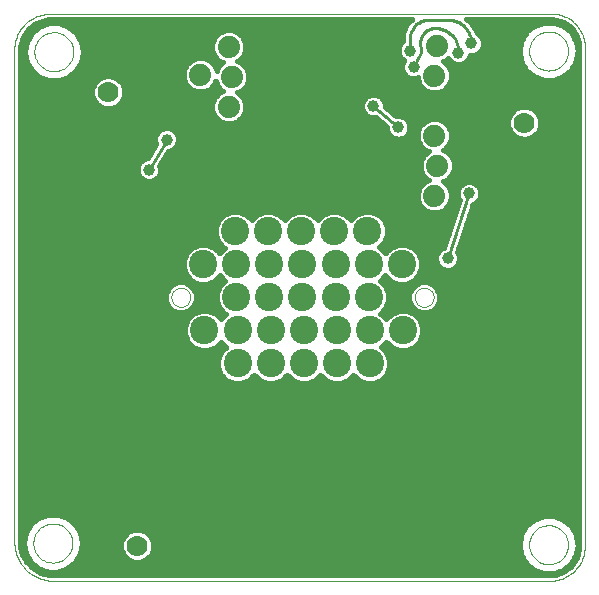
<source format=gbl>
G75*
G70*
%OFA0B0*%
%FSLAX24Y24*%
%IPPOS*%
%LPD*%
%AMOC8*
5,1,8,0,0,1.08239X$1,22.5*
%
%ADD10C,0.0000*%
%ADD11C,0.0700*%
%ADD12C,0.0740*%
%ADD13C,0.0160*%
%ADD14C,0.0396*%
%ADD15C,0.0100*%
%ADD16C,0.0945*%
D10*
X002197Y001169D02*
X018827Y001169D01*
X018828Y001169D02*
X018893Y001175D01*
X018958Y001185D01*
X019022Y001198D01*
X019085Y001215D01*
X019147Y001236D01*
X019208Y001260D01*
X019267Y001287D01*
X019325Y001318D01*
X019381Y001352D01*
X019435Y001389D01*
X019487Y001429D01*
X019537Y001472D01*
X019584Y001517D01*
X019628Y001565D01*
X019670Y001616D01*
X019708Y001669D01*
X019744Y001723D01*
X019777Y001780D01*
X019806Y001839D01*
X019832Y001899D01*
X019855Y001960D01*
X019874Y002023D01*
X019890Y002086D01*
X019902Y002151D01*
X019910Y002216D01*
X019915Y002281D01*
X019916Y002346D01*
X019913Y002412D01*
X019913Y018974D01*
X019911Y019037D01*
X019906Y019101D01*
X019896Y019164D01*
X019884Y019226D01*
X019867Y019287D01*
X019847Y019348D01*
X019824Y019407D01*
X019797Y019465D01*
X019767Y019520D01*
X019733Y019575D01*
X019697Y019627D01*
X019657Y019677D01*
X019615Y019724D01*
X019570Y019769D01*
X019523Y019811D01*
X019473Y019851D01*
X019421Y019887D01*
X019366Y019921D01*
X019311Y019951D01*
X019253Y019978D01*
X019194Y020001D01*
X019133Y020021D01*
X019072Y020038D01*
X019010Y020050D01*
X018947Y020060D01*
X018883Y020065D01*
X018820Y020067D01*
X002057Y020067D01*
X002057Y020066D02*
X001989Y020062D01*
X001923Y020054D01*
X001856Y020043D01*
X001791Y020028D01*
X001726Y020009D01*
X001663Y019986D01*
X001601Y019960D01*
X001540Y019931D01*
X001481Y019898D01*
X001425Y019862D01*
X001370Y019822D01*
X001317Y019780D01*
X001267Y019735D01*
X001220Y019687D01*
X001175Y019637D01*
X001134Y019584D01*
X001095Y019529D01*
X001060Y019472D01*
X001027Y019413D01*
X000998Y019352D01*
X000973Y019290D01*
X000951Y019226D01*
X000933Y019161D01*
X000918Y019096D01*
X000907Y019029D01*
X000900Y018962D01*
X000896Y018895D01*
X000897Y018828D01*
X000897Y002469D01*
X001529Y002427D02*
X001531Y002477D01*
X001537Y002527D01*
X001547Y002577D01*
X001560Y002625D01*
X001577Y002673D01*
X001598Y002719D01*
X001622Y002763D01*
X001650Y002805D01*
X001681Y002845D01*
X001715Y002882D01*
X001752Y002917D01*
X001791Y002948D01*
X001832Y002977D01*
X001876Y003002D01*
X001922Y003024D01*
X001969Y003042D01*
X002017Y003056D01*
X002066Y003067D01*
X002116Y003074D01*
X002166Y003077D01*
X002217Y003076D01*
X002267Y003071D01*
X002317Y003062D01*
X002365Y003050D01*
X002413Y003033D01*
X002459Y003013D01*
X002504Y002990D01*
X002547Y002963D01*
X002587Y002933D01*
X002625Y002900D01*
X002660Y002864D01*
X002693Y002825D01*
X002722Y002784D01*
X002748Y002741D01*
X002771Y002696D01*
X002790Y002649D01*
X002805Y002601D01*
X002817Y002552D01*
X002825Y002502D01*
X002829Y002452D01*
X002829Y002402D01*
X002825Y002352D01*
X002817Y002302D01*
X002805Y002253D01*
X002790Y002205D01*
X002771Y002158D01*
X002748Y002113D01*
X002722Y002070D01*
X002693Y002029D01*
X002660Y001990D01*
X002625Y001954D01*
X002587Y001921D01*
X002547Y001891D01*
X002504Y001864D01*
X002459Y001841D01*
X002413Y001821D01*
X002365Y001804D01*
X002317Y001792D01*
X002267Y001783D01*
X002217Y001778D01*
X002166Y001777D01*
X002116Y001780D01*
X002066Y001787D01*
X002017Y001798D01*
X001969Y001812D01*
X001922Y001830D01*
X001876Y001852D01*
X001832Y001877D01*
X001791Y001906D01*
X001752Y001937D01*
X001715Y001972D01*
X001681Y002009D01*
X001650Y002049D01*
X001622Y002091D01*
X001598Y002135D01*
X001577Y002181D01*
X001560Y002229D01*
X001547Y002277D01*
X001537Y002327D01*
X001531Y002377D01*
X001529Y002427D01*
X000897Y002469D02*
X000899Y002399D01*
X000905Y002328D01*
X000914Y002259D01*
X000927Y002190D01*
X000944Y002121D01*
X000965Y002054D01*
X000989Y001988D01*
X001017Y001923D01*
X001048Y001860D01*
X001083Y001799D01*
X001121Y001739D01*
X001162Y001682D01*
X001206Y001627D01*
X001253Y001575D01*
X001303Y001525D01*
X001355Y001478D01*
X001410Y001434D01*
X001467Y001393D01*
X001527Y001355D01*
X001588Y001320D01*
X001651Y001289D01*
X001716Y001261D01*
X001782Y001237D01*
X001849Y001216D01*
X001918Y001199D01*
X001987Y001186D01*
X002056Y001177D01*
X002127Y001171D01*
X002197Y001169D01*
X006133Y010618D02*
X006135Y010653D01*
X006141Y010688D01*
X006151Y010722D01*
X006164Y010755D01*
X006181Y010786D01*
X006202Y010814D01*
X006225Y010841D01*
X006252Y010864D01*
X006280Y010885D01*
X006311Y010902D01*
X006344Y010915D01*
X006378Y010925D01*
X006413Y010931D01*
X006448Y010933D01*
X006483Y010931D01*
X006518Y010925D01*
X006552Y010915D01*
X006585Y010902D01*
X006616Y010885D01*
X006644Y010864D01*
X006671Y010841D01*
X006694Y010814D01*
X006715Y010786D01*
X006732Y010755D01*
X006745Y010722D01*
X006755Y010688D01*
X006761Y010653D01*
X006763Y010618D01*
X006761Y010583D01*
X006755Y010548D01*
X006745Y010514D01*
X006732Y010481D01*
X006715Y010450D01*
X006694Y010422D01*
X006671Y010395D01*
X006644Y010372D01*
X006616Y010351D01*
X006585Y010334D01*
X006552Y010321D01*
X006518Y010311D01*
X006483Y010305D01*
X006448Y010303D01*
X006413Y010305D01*
X006378Y010311D01*
X006344Y010321D01*
X006311Y010334D01*
X006280Y010351D01*
X006252Y010372D01*
X006225Y010395D01*
X006202Y010422D01*
X006181Y010450D01*
X006164Y010481D01*
X006151Y010514D01*
X006141Y010548D01*
X006135Y010583D01*
X006133Y010618D01*
X001568Y018805D02*
X001570Y018855D01*
X001576Y018905D01*
X001586Y018955D01*
X001599Y019003D01*
X001616Y019051D01*
X001637Y019097D01*
X001661Y019141D01*
X001689Y019183D01*
X001720Y019223D01*
X001754Y019260D01*
X001791Y019295D01*
X001830Y019326D01*
X001871Y019355D01*
X001915Y019380D01*
X001961Y019402D01*
X002008Y019420D01*
X002056Y019434D01*
X002105Y019445D01*
X002155Y019452D01*
X002205Y019455D01*
X002256Y019454D01*
X002306Y019449D01*
X002356Y019440D01*
X002404Y019428D01*
X002452Y019411D01*
X002498Y019391D01*
X002543Y019368D01*
X002586Y019341D01*
X002626Y019311D01*
X002664Y019278D01*
X002699Y019242D01*
X002732Y019203D01*
X002761Y019162D01*
X002787Y019119D01*
X002810Y019074D01*
X002829Y019027D01*
X002844Y018979D01*
X002856Y018930D01*
X002864Y018880D01*
X002868Y018830D01*
X002868Y018780D01*
X002864Y018730D01*
X002856Y018680D01*
X002844Y018631D01*
X002829Y018583D01*
X002810Y018536D01*
X002787Y018491D01*
X002761Y018448D01*
X002732Y018407D01*
X002699Y018368D01*
X002664Y018332D01*
X002626Y018299D01*
X002586Y018269D01*
X002543Y018242D01*
X002498Y018219D01*
X002452Y018199D01*
X002404Y018182D01*
X002356Y018170D01*
X002306Y018161D01*
X002256Y018156D01*
X002205Y018155D01*
X002155Y018158D01*
X002105Y018165D01*
X002056Y018176D01*
X002008Y018190D01*
X001961Y018208D01*
X001915Y018230D01*
X001871Y018255D01*
X001830Y018284D01*
X001791Y018315D01*
X001754Y018350D01*
X001720Y018387D01*
X001689Y018427D01*
X001661Y018469D01*
X001637Y018513D01*
X001616Y018559D01*
X001599Y018607D01*
X001586Y018655D01*
X001576Y018705D01*
X001570Y018755D01*
X001568Y018805D01*
X014243Y010618D02*
X014245Y010653D01*
X014251Y010688D01*
X014261Y010722D01*
X014274Y010755D01*
X014291Y010786D01*
X014312Y010814D01*
X014335Y010841D01*
X014362Y010864D01*
X014390Y010885D01*
X014421Y010902D01*
X014454Y010915D01*
X014488Y010925D01*
X014523Y010931D01*
X014558Y010933D01*
X014593Y010931D01*
X014628Y010925D01*
X014662Y010915D01*
X014695Y010902D01*
X014726Y010885D01*
X014754Y010864D01*
X014781Y010841D01*
X014804Y010814D01*
X014825Y010786D01*
X014842Y010755D01*
X014855Y010722D01*
X014865Y010688D01*
X014871Y010653D01*
X014873Y010618D01*
X014871Y010583D01*
X014865Y010548D01*
X014855Y010514D01*
X014842Y010481D01*
X014825Y010450D01*
X014804Y010422D01*
X014781Y010395D01*
X014754Y010372D01*
X014726Y010351D01*
X014695Y010334D01*
X014662Y010321D01*
X014628Y010311D01*
X014593Y010305D01*
X014558Y010303D01*
X014523Y010305D01*
X014488Y010311D01*
X014454Y010321D01*
X014421Y010334D01*
X014390Y010351D01*
X014362Y010372D01*
X014335Y010395D01*
X014312Y010422D01*
X014291Y010450D01*
X014274Y010481D01*
X014261Y010514D01*
X014251Y010548D01*
X014245Y010583D01*
X014243Y010618D01*
X018056Y018829D02*
X018058Y018879D01*
X018064Y018929D01*
X018074Y018979D01*
X018087Y019027D01*
X018104Y019075D01*
X018125Y019121D01*
X018149Y019165D01*
X018177Y019207D01*
X018208Y019247D01*
X018242Y019284D01*
X018279Y019319D01*
X018318Y019350D01*
X018359Y019379D01*
X018403Y019404D01*
X018449Y019426D01*
X018496Y019444D01*
X018544Y019458D01*
X018593Y019469D01*
X018643Y019476D01*
X018693Y019479D01*
X018744Y019478D01*
X018794Y019473D01*
X018844Y019464D01*
X018892Y019452D01*
X018940Y019435D01*
X018986Y019415D01*
X019031Y019392D01*
X019074Y019365D01*
X019114Y019335D01*
X019152Y019302D01*
X019187Y019266D01*
X019220Y019227D01*
X019249Y019186D01*
X019275Y019143D01*
X019298Y019098D01*
X019317Y019051D01*
X019332Y019003D01*
X019344Y018954D01*
X019352Y018904D01*
X019356Y018854D01*
X019356Y018804D01*
X019352Y018754D01*
X019344Y018704D01*
X019332Y018655D01*
X019317Y018607D01*
X019298Y018560D01*
X019275Y018515D01*
X019249Y018472D01*
X019220Y018431D01*
X019187Y018392D01*
X019152Y018356D01*
X019114Y018323D01*
X019074Y018293D01*
X019031Y018266D01*
X018986Y018243D01*
X018940Y018223D01*
X018892Y018206D01*
X018844Y018194D01*
X018794Y018185D01*
X018744Y018180D01*
X018693Y018179D01*
X018643Y018182D01*
X018593Y018189D01*
X018544Y018200D01*
X018496Y018214D01*
X018449Y018232D01*
X018403Y018254D01*
X018359Y018279D01*
X018318Y018308D01*
X018279Y018339D01*
X018242Y018374D01*
X018208Y018411D01*
X018177Y018451D01*
X018149Y018493D01*
X018125Y018537D01*
X018104Y018583D01*
X018087Y018631D01*
X018074Y018679D01*
X018064Y018729D01*
X018058Y018779D01*
X018056Y018829D01*
X018056Y002372D02*
X018058Y002422D01*
X018064Y002472D01*
X018074Y002522D01*
X018087Y002570D01*
X018104Y002618D01*
X018125Y002664D01*
X018149Y002708D01*
X018177Y002750D01*
X018208Y002790D01*
X018242Y002827D01*
X018279Y002862D01*
X018318Y002893D01*
X018359Y002922D01*
X018403Y002947D01*
X018449Y002969D01*
X018496Y002987D01*
X018544Y003001D01*
X018593Y003012D01*
X018643Y003019D01*
X018693Y003022D01*
X018744Y003021D01*
X018794Y003016D01*
X018844Y003007D01*
X018892Y002995D01*
X018940Y002978D01*
X018986Y002958D01*
X019031Y002935D01*
X019074Y002908D01*
X019114Y002878D01*
X019152Y002845D01*
X019187Y002809D01*
X019220Y002770D01*
X019249Y002729D01*
X019275Y002686D01*
X019298Y002641D01*
X019317Y002594D01*
X019332Y002546D01*
X019344Y002497D01*
X019352Y002447D01*
X019356Y002397D01*
X019356Y002347D01*
X019352Y002297D01*
X019344Y002247D01*
X019332Y002198D01*
X019317Y002150D01*
X019298Y002103D01*
X019275Y002058D01*
X019249Y002015D01*
X019220Y001974D01*
X019187Y001935D01*
X019152Y001899D01*
X019114Y001866D01*
X019074Y001836D01*
X019031Y001809D01*
X018986Y001786D01*
X018940Y001766D01*
X018892Y001749D01*
X018844Y001737D01*
X018794Y001728D01*
X018744Y001723D01*
X018693Y001722D01*
X018643Y001725D01*
X018593Y001732D01*
X018544Y001743D01*
X018496Y001757D01*
X018449Y001775D01*
X018403Y001797D01*
X018359Y001822D01*
X018318Y001851D01*
X018279Y001882D01*
X018242Y001917D01*
X018208Y001954D01*
X018177Y001994D01*
X018149Y002036D01*
X018125Y002080D01*
X018104Y002126D01*
X018087Y002174D01*
X018074Y002222D01*
X018064Y002272D01*
X018058Y002322D01*
X018056Y002372D01*
D11*
X004995Y002342D03*
X004995Y003759D03*
X016474Y016441D03*
X017891Y016441D03*
X005447Y017455D03*
X004029Y017455D03*
D12*
X007098Y016900D03*
X008046Y016970D03*
X008146Y017970D03*
X008046Y018970D03*
X007098Y018040D03*
X014902Y018004D03*
X015002Y019004D03*
X015002Y017004D03*
X014902Y016004D03*
X015002Y015004D03*
X014902Y014004D03*
D13*
X001515Y001581D02*
X001308Y001787D01*
X001162Y002041D01*
X001087Y002323D01*
X001077Y002469D01*
X001077Y002522D01*
X001077Y002544D01*
X001077Y018757D01*
X001079Y018759D01*
X001077Y018831D01*
X001077Y018836D01*
X001084Y018994D01*
X001173Y019300D01*
X001352Y019565D01*
X001604Y019761D01*
X001904Y019869D01*
X002062Y019887D01*
X014148Y019887D01*
X013997Y019745D01*
X013856Y019418D01*
X013856Y019335D01*
X013856Y019151D01*
X013765Y019060D01*
X013708Y018921D01*
X013708Y018771D01*
X013765Y018632D01*
X013872Y018526D01*
X013892Y018517D01*
X013884Y018509D01*
X013826Y018370D01*
X013826Y018220D01*
X013884Y018081D01*
X013990Y017975D01*
X008696Y017975D01*
X008696Y018079D02*
X008696Y017860D01*
X008612Y017658D01*
X014470Y017658D01*
X014436Y017692D02*
X014591Y017538D01*
X014793Y017454D01*
X015012Y017454D01*
X015214Y017538D01*
X015368Y017692D01*
X015452Y017894D01*
X015452Y018113D01*
X015368Y018315D01*
X015214Y018470D01*
X015182Y018483D01*
X015314Y018538D01*
X015365Y018589D01*
X015380Y018553D01*
X015486Y018447D01*
X015625Y018389D01*
X015775Y018389D01*
X015914Y018447D01*
X016021Y018553D01*
X016078Y018692D01*
X016078Y018704D01*
X016208Y018704D01*
X016347Y018762D01*
X016454Y018868D01*
X016511Y019007D01*
X016511Y019158D01*
X016454Y019297D01*
X016347Y019403D01*
X016306Y019420D01*
X016264Y019550D01*
X016074Y019811D01*
X015970Y019887D01*
X018820Y019887D01*
X018963Y019876D01*
X019234Y019787D01*
X019465Y019619D01*
X019633Y019388D01*
X019722Y019116D01*
X019733Y018974D01*
X019733Y002480D01*
X019728Y002474D01*
X019733Y002406D01*
X019733Y002364D01*
X019731Y002245D01*
X019656Y001946D01*
X019492Y001684D01*
X019255Y001486D01*
X019050Y001486D01*
X018968Y001371D02*
X018818Y001349D01*
X002197Y001349D01*
X002051Y001359D01*
X001768Y001434D01*
X001515Y001581D01*
X001451Y001645D02*
X001634Y001645D01*
X001697Y001592D02*
X001697Y001592D01*
X002011Y001477D01*
X002011Y001477D01*
X002088Y001477D01*
X002179Y001477D01*
X002346Y001477D01*
X002661Y001592D01*
X002661Y001592D01*
X002918Y001807D01*
X002918Y001807D01*
X002918Y001807D01*
X003085Y002097D01*
X003085Y002097D01*
X003144Y002427D01*
X003144Y002427D01*
X003085Y002757D01*
X003085Y002757D01*
X002918Y003047D01*
X002918Y003047D01*
X002661Y003263D01*
X002346Y003377D01*
X002270Y003377D01*
X002179Y003377D01*
X002177Y003377D01*
X002088Y003377D01*
X002011Y003377D01*
X001697Y003263D01*
X001697Y003263D01*
X001440Y003047D01*
X001272Y002757D01*
X001214Y002427D01*
X001272Y002097D01*
X001440Y001807D01*
X001697Y001592D01*
X001679Y001486D02*
X001987Y001486D01*
X002346Y001477D02*
X002346Y001477D01*
X002371Y001486D02*
X018363Y001486D01*
X018224Y001537D02*
X018539Y001422D01*
X018706Y001422D01*
X018798Y001422D01*
X018874Y001422D01*
X019189Y001537D01*
X019445Y001752D01*
X019445Y001752D01*
X019613Y002042D01*
X019613Y002042D01*
X019671Y002372D01*
X019671Y002372D01*
X019613Y002702D01*
X019445Y002992D01*
X019189Y003208D01*
X019189Y003208D01*
X018874Y003322D01*
X018798Y003322D01*
X018706Y003322D01*
X018695Y003322D01*
X018615Y003322D01*
X018539Y003322D01*
X018224Y003208D01*
X017968Y002992D01*
X017967Y002992D02*
X017800Y002702D01*
X017742Y002372D01*
X017800Y002042D01*
X017967Y001752D01*
X018224Y001537D01*
X018224Y001537D01*
X018096Y001645D02*
X002724Y001645D01*
X002913Y001803D02*
X017938Y001803D01*
X017967Y001752D02*
X017967Y001752D01*
X017846Y001962D02*
X005365Y001962D01*
X005296Y001892D02*
X005101Y001812D01*
X004890Y001812D01*
X004695Y001892D01*
X004546Y002041D01*
X004465Y002236D01*
X004465Y002447D01*
X004546Y002642D01*
X004695Y002791D01*
X004890Y002872D01*
X005101Y002872D01*
X005296Y002791D01*
X005445Y002642D01*
X005525Y002447D01*
X005525Y002236D01*
X005445Y002041D01*
X005296Y001892D01*
X005477Y002120D02*
X017786Y002120D01*
X017800Y002042D02*
X017800Y002042D01*
X017758Y002279D02*
X005525Y002279D01*
X005525Y002437D02*
X017753Y002437D01*
X017742Y002372D02*
X017742Y002372D01*
X017781Y002596D02*
X005464Y002596D01*
X005332Y002755D02*
X017830Y002755D01*
X017800Y002702D02*
X017800Y002702D01*
X017922Y002913D02*
X002995Y002913D01*
X003086Y002755D02*
X004659Y002755D01*
X004527Y002596D02*
X003114Y002596D01*
X003142Y002437D02*
X004465Y002437D01*
X004465Y002279D02*
X003117Y002279D01*
X003089Y002120D02*
X004513Y002120D01*
X004626Y001962D02*
X003007Y001962D01*
X002889Y003072D02*
X018062Y003072D01*
X017968Y002992D02*
X017967Y002992D01*
X017967Y002992D01*
X018224Y003208D02*
X018224Y003208D01*
X018286Y003230D02*
X002700Y003230D01*
X002661Y003263D02*
X002661Y003263D01*
X002346Y003377D02*
X002346Y003377D01*
X002011Y003377D02*
X002011Y003377D01*
X001658Y003230D02*
X001077Y003230D01*
X001077Y003072D02*
X001469Y003072D01*
X001440Y003047D02*
X001440Y003047D01*
X001362Y002913D02*
X001077Y002913D01*
X001077Y002755D02*
X001272Y002755D01*
X001272Y002757D02*
X001272Y002757D01*
X001244Y002596D02*
X001077Y002596D01*
X001079Y002437D02*
X001216Y002437D01*
X001240Y002279D02*
X001098Y002279D01*
X001141Y002120D02*
X001268Y002120D01*
X001272Y002097D02*
X001272Y002097D01*
X001208Y001962D02*
X001351Y001962D01*
X001299Y001803D02*
X001445Y001803D01*
X001440Y001807D02*
X001440Y001807D01*
X001077Y003389D02*
X019733Y003389D01*
X019733Y003547D02*
X001077Y003547D01*
X001077Y003706D02*
X019733Y003706D01*
X019733Y003864D02*
X001077Y003864D01*
X001077Y004023D02*
X019733Y004023D01*
X019733Y004181D02*
X001077Y004181D01*
X001077Y004340D02*
X019733Y004340D01*
X019733Y004499D02*
X001077Y004499D01*
X001077Y004657D02*
X019733Y004657D01*
X019733Y004816D02*
X001077Y004816D01*
X001077Y004974D02*
X019733Y004974D01*
X019733Y005133D02*
X001077Y005133D01*
X001077Y005291D02*
X019733Y005291D01*
X019733Y005450D02*
X001077Y005450D01*
X001077Y005608D02*
X019733Y005608D01*
X019733Y005767D02*
X001077Y005767D01*
X001077Y005925D02*
X019733Y005925D01*
X019733Y006084D02*
X001077Y006084D01*
X001077Y006243D02*
X019733Y006243D01*
X019733Y006401D02*
X001077Y006401D01*
X001077Y006560D02*
X019733Y006560D01*
X019733Y006718D02*
X001077Y006718D01*
X001077Y006877D02*
X019733Y006877D01*
X019733Y007035D02*
X001077Y007035D01*
X001077Y007194D02*
X019733Y007194D01*
X019733Y007352D02*
X001077Y007352D01*
X001077Y007511D02*
X019733Y007511D01*
X019733Y007669D02*
X001077Y007669D01*
X001077Y007828D02*
X008046Y007828D01*
X007968Y007860D02*
X008208Y007761D01*
X008468Y007761D01*
X008708Y007860D01*
X008889Y008042D01*
X009071Y007860D01*
X009311Y007761D01*
X009570Y007761D01*
X009810Y007860D01*
X009991Y008042D01*
X010173Y007860D01*
X010413Y007761D01*
X010672Y007761D01*
X010912Y007860D01*
X011094Y008042D01*
X011275Y007860D01*
X011515Y007761D01*
X011775Y007761D01*
X012015Y007860D01*
X012196Y008042D01*
X012378Y007860D01*
X012618Y007761D01*
X012877Y007761D01*
X013117Y007860D01*
X013300Y008044D01*
X013400Y008283D01*
X013400Y008543D01*
X013300Y008783D01*
X013119Y008964D01*
X013299Y009144D01*
X013480Y008962D01*
X013720Y008863D01*
X013980Y008863D01*
X014219Y008962D01*
X014403Y009146D01*
X014502Y009386D01*
X014502Y009645D01*
X014403Y009885D01*
X014219Y010069D01*
X013980Y010168D01*
X013720Y010168D01*
X013480Y010069D01*
X013299Y009887D01*
X013117Y010069D01*
X013092Y010079D01*
X013261Y010248D01*
X013360Y010488D01*
X013360Y010748D01*
X013261Y010988D01*
X013079Y011169D01*
X013259Y011349D01*
X013441Y011167D01*
X013681Y011068D01*
X013940Y011068D01*
X014180Y011167D01*
X014363Y011351D01*
X014463Y011591D01*
X014463Y011850D01*
X014363Y012090D01*
X014180Y012273D01*
X013940Y012373D01*
X013681Y012373D01*
X013441Y012273D01*
X013259Y012092D01*
X013078Y012273D01*
X013052Y012284D01*
X013222Y012453D01*
X013321Y012693D01*
X013321Y012952D01*
X013222Y013192D01*
X013038Y013376D01*
X012798Y013475D01*
X012539Y013475D01*
X012299Y013376D01*
X012117Y013194D01*
X011936Y013376D01*
X011696Y013475D01*
X011436Y013475D01*
X011197Y013376D01*
X011015Y013194D01*
X010834Y013376D01*
X010594Y013475D01*
X010334Y013475D01*
X010094Y013376D01*
X009913Y013194D01*
X009731Y013376D01*
X009491Y013475D01*
X009232Y013475D01*
X008992Y013376D01*
X008810Y013194D01*
X008629Y013376D01*
X008389Y013475D01*
X008129Y013475D01*
X007890Y013376D01*
X007706Y013192D01*
X007607Y012952D01*
X007607Y012693D01*
X007706Y012453D01*
X007890Y012270D01*
X007915Y012259D01*
X007747Y012092D01*
X007566Y012273D01*
X007326Y012373D01*
X007066Y012373D01*
X006827Y012273D01*
X006643Y012090D01*
X006544Y011850D01*
X006544Y011591D01*
X006643Y011351D01*
X006827Y011167D01*
X007066Y011068D01*
X007326Y011068D01*
X007566Y011167D01*
X007747Y011349D01*
X007927Y011169D01*
X007745Y010988D01*
X007646Y010748D01*
X007646Y010488D01*
X007745Y010248D01*
X007929Y010065D01*
X007954Y010054D01*
X007787Y009887D01*
X007605Y010069D01*
X007365Y010168D01*
X007106Y010168D01*
X006866Y010069D01*
X006682Y009885D01*
X006583Y009645D01*
X006583Y009386D01*
X006682Y009146D01*
X006866Y008962D01*
X007106Y008863D01*
X007365Y008863D01*
X007605Y008962D01*
X007787Y009144D01*
X007966Y008964D01*
X007785Y008783D01*
X007686Y008543D01*
X007686Y008283D01*
X007785Y008044D01*
X007968Y007860D01*
X007842Y007986D02*
X001077Y007986D01*
X001077Y008145D02*
X007743Y008145D01*
X007686Y008304D02*
X001077Y008304D01*
X001077Y008462D02*
X007686Y008462D01*
X007718Y008621D02*
X001077Y008621D01*
X001077Y008779D02*
X007783Y008779D01*
X007940Y008938D02*
X007545Y008938D01*
X007739Y009096D02*
X007835Y009096D01*
X007785Y009889D02*
X007789Y009889D01*
X007947Y010048D02*
X007626Y010048D01*
X007788Y010206D02*
X006736Y010206D01*
X006729Y010198D02*
X006868Y010338D01*
X006943Y010519D01*
X006943Y010716D01*
X006868Y010898D01*
X006729Y011038D01*
X006547Y011113D01*
X006350Y011113D01*
X006168Y011038D01*
X006029Y010898D01*
X005953Y010716D01*
X005953Y010519D01*
X006029Y010338D01*
X006168Y010198D01*
X006350Y010123D01*
X006547Y010123D01*
X006729Y010198D01*
X006845Y010048D02*
X001077Y010048D01*
X001077Y010206D02*
X006160Y010206D01*
X006017Y010365D02*
X001077Y010365D01*
X001077Y010523D02*
X005953Y010523D01*
X005953Y010682D02*
X001077Y010682D01*
X001077Y010840D02*
X006005Y010840D01*
X006129Y010999D02*
X001077Y010999D01*
X001077Y011157D02*
X006850Y011157D01*
X006767Y010999D02*
X007757Y010999D01*
X007684Y010840D02*
X006892Y010840D01*
X006943Y010682D02*
X007646Y010682D01*
X007646Y010523D02*
X006943Y010523D01*
X006879Y010365D02*
X007697Y010365D01*
X007542Y011157D02*
X007915Y011157D01*
X007780Y011316D02*
X007714Y011316D01*
X007731Y012109D02*
X007764Y012109D01*
X007895Y012267D02*
X007572Y012267D01*
X007733Y012426D02*
X001077Y012426D01*
X001077Y012584D02*
X007652Y012584D01*
X007607Y012743D02*
X001077Y012743D01*
X001077Y012901D02*
X007607Y012901D01*
X007651Y013060D02*
X001077Y013060D01*
X001077Y013218D02*
X007732Y013218D01*
X007893Y013377D02*
X001077Y013377D01*
X001077Y013536D02*
X014595Y013536D01*
X014591Y013538D02*
X014793Y013454D01*
X015012Y013454D01*
X015214Y013538D01*
X015368Y013692D01*
X015452Y013894D01*
X015452Y014113D01*
X015368Y014315D01*
X015214Y014470D01*
X015182Y014483D01*
X015314Y014538D01*
X015468Y014692D01*
X015552Y014894D01*
X015552Y015113D01*
X015468Y015315D01*
X015314Y015470D01*
X015182Y015524D01*
X015214Y015538D01*
X015368Y015692D01*
X015452Y015894D01*
X015452Y016113D01*
X015368Y016315D01*
X015214Y016470D01*
X015012Y016554D01*
X014793Y016554D01*
X014591Y016470D01*
X014436Y016315D01*
X014352Y016113D01*
X014352Y015894D01*
X014436Y015692D01*
X014591Y015538D01*
X014722Y015483D01*
X014691Y015470D01*
X014536Y015315D01*
X014452Y015113D01*
X014452Y014894D01*
X014536Y014692D01*
X014691Y014538D01*
X014722Y014524D01*
X014591Y014470D01*
X014436Y014315D01*
X014352Y014113D01*
X014352Y013894D01*
X014436Y013692D01*
X014591Y013538D01*
X014435Y013694D02*
X001077Y013694D01*
X001077Y013853D02*
X014369Y013853D01*
X014352Y014011D02*
X001077Y014011D01*
X001077Y014170D02*
X014376Y014170D01*
X014449Y014328D02*
X001077Y014328D01*
X001077Y014487D02*
X014631Y014487D01*
X014583Y014645D02*
X005695Y014645D01*
X005706Y014656D02*
X005763Y014795D01*
X005763Y014945D01*
X005735Y015012D01*
X006020Y015497D01*
X006051Y015497D01*
X006190Y015555D01*
X006296Y015661D01*
X006354Y015800D01*
X006354Y015951D01*
X006296Y016090D01*
X006190Y016196D01*
X006051Y016254D01*
X005901Y016254D01*
X005762Y016196D01*
X005655Y016090D01*
X005598Y015951D01*
X005598Y015800D01*
X005625Y015733D01*
X005341Y015248D01*
X005310Y015248D01*
X005171Y015190D01*
X005065Y015084D01*
X005007Y014945D01*
X005007Y014795D01*
X005065Y014656D01*
X005171Y014549D01*
X005310Y014492D01*
X005460Y014492D01*
X005599Y014549D01*
X005706Y014656D01*
X005763Y014804D02*
X014490Y014804D01*
X014452Y014962D02*
X005756Y014962D01*
X005799Y015121D02*
X014455Y015121D01*
X014521Y015279D02*
X005892Y015279D01*
X005986Y015438D02*
X014659Y015438D01*
X014531Y015597D02*
X006232Y015597D01*
X006335Y015755D02*
X014410Y015755D01*
X014352Y015914D02*
X013778Y015914D01*
X013767Y015909D02*
X013906Y015967D01*
X014013Y016073D01*
X014070Y016212D01*
X014070Y016362D01*
X014013Y016501D01*
X013906Y016608D01*
X013767Y016665D01*
X013617Y016665D01*
X013609Y016662D01*
X013244Y016975D01*
X013244Y017071D01*
X013186Y017210D01*
X013080Y017316D01*
X012941Y017374D01*
X012790Y017374D01*
X012651Y017316D01*
X012545Y017210D01*
X012487Y017071D01*
X012487Y016921D01*
X012545Y016782D01*
X012651Y016675D01*
X012790Y016618D01*
X012941Y016618D01*
X012949Y016621D01*
X013314Y016308D01*
X013314Y016212D01*
X013372Y016073D01*
X013478Y015967D01*
X013617Y015909D01*
X013767Y015909D01*
X013606Y015914D02*
X006354Y015914D01*
X006304Y016072D02*
X013373Y016072D01*
X013314Y016231D02*
X006106Y016231D01*
X005846Y016231D02*
X001077Y016231D01*
X001077Y016389D02*
X013220Y016389D01*
X013035Y016548D02*
X008402Y016548D01*
X008358Y016503D02*
X008512Y016658D01*
X008596Y016860D01*
X008596Y017079D01*
X008512Y017281D01*
X008358Y017436D01*
X008326Y017449D01*
X008458Y017503D01*
X008612Y017658D01*
X008678Y017816D02*
X014384Y017816D01*
X014352Y017894D02*
X014436Y017692D01*
X014352Y017894D02*
X014352Y017947D01*
X014279Y017917D01*
X014129Y017917D01*
X013990Y017975D01*
X013862Y018133D02*
X008674Y018133D01*
X008696Y018079D02*
X008612Y018281D01*
X008458Y018436D01*
X008326Y018490D01*
X008358Y018503D01*
X008512Y018658D01*
X008596Y018860D01*
X008596Y019079D01*
X008512Y019281D01*
X008358Y019436D01*
X008156Y019519D01*
X007937Y019519D01*
X007735Y019436D01*
X007580Y019281D01*
X007496Y019079D01*
X007496Y018860D01*
X007580Y018658D01*
X007735Y018503D01*
X007866Y018449D01*
X007835Y018436D01*
X007680Y018281D01*
X007637Y018177D01*
X007564Y018351D01*
X007410Y018506D01*
X007208Y018589D01*
X006989Y018589D01*
X006787Y018506D01*
X006632Y018351D01*
X006548Y018149D01*
X006548Y017930D01*
X006632Y017728D01*
X006787Y017573D01*
X006989Y017490D01*
X007208Y017490D01*
X007410Y017573D01*
X007564Y017728D01*
X007608Y017832D01*
X007680Y017658D01*
X007835Y017503D01*
X007866Y017490D01*
X007735Y017436D01*
X007580Y017281D01*
X007496Y017079D01*
X007496Y016860D01*
X007580Y016658D01*
X007735Y016503D01*
X007937Y016420D01*
X008156Y016420D01*
X008358Y016503D01*
X008532Y016706D02*
X012620Y016706D01*
X012510Y016865D02*
X008596Y016865D01*
X008596Y017023D02*
X012487Y017023D01*
X012533Y017182D02*
X008554Y017182D01*
X008453Y017341D02*
X012710Y017341D01*
X013021Y017341D02*
X019733Y017341D01*
X019733Y017499D02*
X015121Y017499D01*
X015334Y017658D02*
X019733Y017658D01*
X019733Y017816D02*
X015420Y017816D01*
X015452Y017975D02*
X018276Y017975D01*
X018224Y017994D02*
X018539Y017879D01*
X018615Y017879D01*
X018706Y017879D01*
X018874Y017879D01*
X019189Y017994D01*
X019445Y018209D01*
X019445Y018209D01*
X019613Y018499D01*
X019671Y018829D01*
X019613Y019159D01*
X019613Y019159D01*
X019445Y019449D01*
X019189Y019664D01*
X019189Y019664D01*
X018874Y019779D01*
X018798Y019779D01*
X018706Y019779D01*
X018539Y019779D01*
X018539Y019779D01*
X018224Y019664D01*
X017968Y019449D01*
X017967Y019449D01*
X017800Y019159D01*
X017800Y019159D01*
X017742Y018829D01*
X017800Y018499D01*
X017967Y018209D01*
X018224Y017994D01*
X018224Y017994D01*
X018058Y018133D02*
X015444Y018133D01*
X015378Y018292D02*
X017920Y018292D01*
X017967Y018209D02*
X017967Y018209D01*
X017828Y018450D02*
X015918Y018450D01*
X016044Y018609D02*
X017781Y018609D01*
X017800Y018499D02*
X017800Y018499D01*
X017753Y018767D02*
X016353Y018767D01*
X016478Y018926D02*
X017759Y018926D01*
X017742Y018829D02*
X017742Y018829D01*
X017787Y019085D02*
X016511Y019085D01*
X016476Y019243D02*
X017849Y019243D01*
X017940Y019402D02*
X016349Y019402D01*
X016264Y019550D02*
X016264Y019550D01*
X016256Y019560D02*
X018100Y019560D01*
X018224Y019664D02*
X018224Y019664D01*
X018373Y019719D02*
X016141Y019719D01*
X016074Y019811D02*
X016074Y019811D01*
X016074Y019811D01*
X015983Y019877D02*
X018941Y019877D01*
X018874Y019779D02*
X018874Y019779D01*
X019039Y019719D02*
X019329Y019719D01*
X019313Y019560D02*
X019508Y019560D01*
X019445Y019449D02*
X019445Y019449D01*
X019473Y019402D02*
X019624Y019402D01*
X019680Y019243D02*
X019564Y019243D01*
X019626Y019085D02*
X019724Y019085D01*
X019733Y018926D02*
X019654Y018926D01*
X019671Y018829D02*
X019671Y018829D01*
X019660Y018767D02*
X019733Y018767D01*
X019733Y018609D02*
X019632Y018609D01*
X019613Y018499D02*
X019613Y018499D01*
X019585Y018450D02*
X019733Y018450D01*
X019733Y018292D02*
X019493Y018292D01*
X019445Y018209D02*
X019445Y018209D01*
X019355Y018133D02*
X019733Y018133D01*
X019733Y017975D02*
X019137Y017975D01*
X019189Y017994D02*
X019189Y017994D01*
X018874Y017879D02*
X018874Y017879D01*
X018539Y017879D02*
X018539Y017879D01*
X018192Y016890D02*
X017997Y016971D01*
X017786Y016971D01*
X017591Y016890D01*
X017442Y016741D01*
X017361Y016546D01*
X017361Y016335D01*
X017442Y016141D01*
X017591Y015991D01*
X017786Y015911D01*
X017997Y015911D01*
X018192Y015991D01*
X018341Y016141D01*
X018421Y016335D01*
X018421Y016546D01*
X018341Y016741D01*
X018192Y016890D01*
X018217Y016865D02*
X019733Y016865D01*
X019733Y017023D02*
X013244Y017023D01*
X013198Y017182D02*
X019733Y017182D01*
X019733Y016706D02*
X018355Y016706D01*
X018421Y016548D02*
X019733Y016548D01*
X019733Y016389D02*
X018421Y016389D01*
X018378Y016231D02*
X019733Y016231D01*
X019733Y016072D02*
X018272Y016072D01*
X018004Y015914D02*
X019733Y015914D01*
X019733Y015755D02*
X015394Y015755D01*
X015452Y015914D02*
X017779Y015914D01*
X017511Y016072D02*
X015452Y016072D01*
X015403Y016231D02*
X017405Y016231D01*
X017361Y016389D02*
X015294Y016389D01*
X015026Y016548D02*
X017362Y016548D01*
X017428Y016706D02*
X013557Y016706D01*
X013372Y016865D02*
X017566Y016865D01*
X015549Y015121D02*
X019733Y015121D01*
X019733Y015279D02*
X015483Y015279D01*
X015346Y015438D02*
X019733Y015438D01*
X019733Y015597D02*
X015273Y015597D01*
X015552Y014962D02*
X019733Y014962D01*
X019733Y014804D02*
X015515Y014804D01*
X015421Y014645D02*
X019733Y014645D01*
X019733Y014487D02*
X015191Y014487D01*
X015355Y014328D02*
X015765Y014328D01*
X015734Y014297D02*
X015840Y014403D01*
X015979Y014461D01*
X016130Y014461D01*
X016269Y014403D01*
X016375Y014297D01*
X016433Y014158D01*
X016433Y014007D01*
X016375Y013868D01*
X016269Y013762D01*
X016179Y013725D01*
X015660Y012138D01*
X015666Y012131D01*
X015724Y011992D01*
X015724Y011842D01*
X015666Y011703D01*
X015560Y011597D01*
X015421Y011539D01*
X015271Y011539D01*
X015132Y011597D01*
X015025Y011703D01*
X014968Y011842D01*
X014968Y011992D01*
X015025Y012131D01*
X015132Y012238D01*
X015221Y012275D01*
X015740Y013862D01*
X015734Y013868D01*
X015676Y014007D01*
X015676Y014158D01*
X015734Y014297D01*
X015681Y014170D02*
X015429Y014170D01*
X015452Y014011D02*
X015676Y014011D01*
X015737Y013853D02*
X015435Y013853D01*
X015369Y013694D02*
X015685Y013694D01*
X015634Y013536D02*
X015209Y013536D01*
X015582Y013377D02*
X013035Y013377D01*
X013196Y013218D02*
X015530Y013218D01*
X015478Y013060D02*
X013277Y013060D01*
X013321Y012901D02*
X015426Y012901D01*
X015374Y012743D02*
X013321Y012743D01*
X013276Y012584D02*
X015322Y012584D01*
X015270Y012426D02*
X013194Y012426D01*
X013084Y012267D02*
X013435Y012267D01*
X013276Y012109D02*
X013242Y012109D01*
X013226Y011316D02*
X013292Y011316D01*
X013465Y011157D02*
X013091Y011157D01*
X013250Y010999D02*
X014239Y010999D01*
X014278Y011038D02*
X014139Y010898D01*
X014063Y010716D01*
X014063Y010519D01*
X014139Y010338D01*
X014278Y010198D01*
X014460Y010123D01*
X014657Y010123D01*
X014839Y010198D01*
X014978Y010338D01*
X015053Y010519D01*
X015053Y010716D01*
X014978Y010898D01*
X014839Y011038D01*
X014657Y011113D01*
X014460Y011113D01*
X014278Y011038D01*
X014156Y011157D02*
X019733Y011157D01*
X019733Y010999D02*
X014877Y010999D01*
X015002Y010840D02*
X019733Y010840D01*
X019733Y010682D02*
X015053Y010682D01*
X015053Y010523D02*
X019733Y010523D01*
X019733Y010365D02*
X014989Y010365D01*
X014847Y010206D02*
X019733Y010206D01*
X019733Y010048D02*
X014240Y010048D01*
X014270Y010206D02*
X013219Y010206D01*
X013138Y010048D02*
X013459Y010048D01*
X013301Y009889D02*
X013297Y009889D01*
X013309Y010365D02*
X014128Y010365D01*
X014063Y010523D02*
X013360Y010523D01*
X013360Y010682D02*
X014063Y010682D01*
X014115Y010840D02*
X013322Y010840D01*
X014329Y011316D02*
X019733Y011316D01*
X019733Y011474D02*
X014415Y011474D01*
X014463Y011633D02*
X015095Y011633D01*
X014989Y011792D02*
X014463Y011792D01*
X014421Y011950D02*
X014968Y011950D01*
X015016Y012109D02*
X014345Y012109D01*
X014186Y012267D02*
X015203Y012267D01*
X015676Y012109D02*
X019733Y012109D01*
X019733Y012267D02*
X015702Y012267D01*
X015754Y012426D02*
X019733Y012426D01*
X019733Y012584D02*
X015806Y012584D01*
X015858Y012743D02*
X019733Y012743D01*
X019733Y012901D02*
X015910Y012901D01*
X015962Y013060D02*
X019733Y013060D01*
X019733Y013218D02*
X016014Y013218D01*
X016066Y013377D02*
X019733Y013377D01*
X019733Y013536D02*
X016117Y013536D01*
X016169Y013694D02*
X019733Y013694D01*
X019733Y013853D02*
X016359Y013853D01*
X016433Y014011D02*
X019733Y014011D01*
X019733Y014170D02*
X016428Y014170D01*
X016343Y014328D02*
X019733Y014328D01*
X019733Y011950D02*
X015724Y011950D01*
X015703Y011792D02*
X019733Y011792D01*
X019733Y011633D02*
X015596Y011633D01*
X014399Y009889D02*
X019733Y009889D01*
X019733Y009730D02*
X014467Y009730D01*
X014502Y009572D02*
X019733Y009572D01*
X019733Y009413D02*
X014502Y009413D01*
X014448Y009255D02*
X019733Y009255D01*
X019733Y009096D02*
X014353Y009096D01*
X014160Y008938D02*
X019733Y008938D01*
X019733Y008779D02*
X013302Y008779D01*
X013368Y008621D02*
X019733Y008621D01*
X019733Y008462D02*
X013400Y008462D01*
X013400Y008304D02*
X019733Y008304D01*
X019733Y008145D02*
X013342Y008145D01*
X013243Y007986D02*
X019733Y007986D01*
X019733Y007828D02*
X013039Y007828D01*
X012455Y007828D02*
X011937Y007828D01*
X012141Y007986D02*
X012251Y007986D01*
X011353Y007828D02*
X010835Y007828D01*
X011039Y007986D02*
X011149Y007986D01*
X010251Y007828D02*
X009732Y007828D01*
X009936Y007986D02*
X010047Y007986D01*
X009148Y007828D02*
X008630Y007828D01*
X008834Y007986D02*
X008944Y007986D01*
X006926Y008938D02*
X001077Y008938D01*
X001077Y009096D02*
X006732Y009096D01*
X006637Y009255D02*
X001077Y009255D01*
X001077Y009413D02*
X006583Y009413D01*
X006583Y009572D02*
X001077Y009572D01*
X001077Y009730D02*
X006618Y009730D01*
X006686Y009889D02*
X001077Y009889D01*
X001077Y011316D02*
X006678Y011316D01*
X006592Y011474D02*
X001077Y011474D01*
X001077Y011633D02*
X006544Y011633D01*
X006544Y011792D02*
X001077Y011792D01*
X001077Y011950D02*
X006585Y011950D01*
X006662Y012109D02*
X001077Y012109D01*
X001077Y012267D02*
X006820Y012267D01*
X008626Y013377D02*
X008995Y013377D01*
X008835Y013218D02*
X008786Y013218D01*
X009728Y013377D02*
X010097Y013377D01*
X009937Y013218D02*
X009888Y013218D01*
X010831Y013377D02*
X011200Y013377D01*
X011039Y013218D02*
X010991Y013218D01*
X011933Y013377D02*
X012302Y013377D01*
X012142Y013218D02*
X012093Y013218D01*
X014012Y016072D02*
X014352Y016072D01*
X014401Y016231D02*
X014070Y016231D01*
X014059Y016389D02*
X014510Y016389D01*
X014778Y016548D02*
X013966Y016548D01*
X014683Y017499D02*
X008448Y017499D01*
X007845Y017499D02*
X007231Y017499D01*
X006966Y017499D02*
X004559Y017499D01*
X004559Y017560D02*
X004559Y017349D01*
X004479Y017155D01*
X004329Y017006D01*
X004135Y016925D01*
X003924Y016925D01*
X003729Y017006D01*
X003580Y017155D01*
X003499Y017349D01*
X003499Y017560D01*
X003580Y017755D01*
X003729Y017904D01*
X003924Y017985D01*
X004135Y017985D01*
X004329Y017904D01*
X004479Y017755D01*
X004559Y017560D01*
X004519Y017658D02*
X006702Y017658D01*
X006595Y017816D02*
X004418Y017816D01*
X004159Y017975D02*
X006548Y017975D01*
X006548Y018133D02*
X002895Y018133D01*
X002957Y018185D02*
X002957Y018185D01*
X002957Y018185D01*
X002701Y017970D01*
X002701Y017970D01*
X002386Y017855D01*
X002309Y017855D01*
X002218Y017855D01*
X002051Y017855D01*
X002051Y017855D01*
X001736Y017970D01*
X001736Y017970D01*
X001479Y018185D01*
X001479Y018185D01*
X001312Y018475D01*
X001312Y018475D01*
X001254Y018805D01*
X001254Y018805D01*
X001312Y019135D01*
X001312Y019135D01*
X001479Y019425D01*
X001479Y019425D01*
X001479Y019425D01*
X001736Y019641D01*
X001736Y019641D01*
X002051Y019755D01*
X002051Y019755D01*
X002127Y019755D01*
X002198Y019755D01*
X002218Y019755D01*
X002309Y019755D01*
X002386Y019755D01*
X002386Y019755D01*
X002701Y019641D01*
X002701Y019641D01*
X002957Y019425D01*
X002957Y019425D01*
X003125Y019135D01*
X003125Y019135D01*
X003183Y018805D01*
X003183Y018805D01*
X003125Y018475D01*
X003125Y018475D01*
X002957Y018185D01*
X003019Y018292D02*
X006607Y018292D01*
X006731Y018450D02*
X003110Y018450D01*
X003148Y018609D02*
X007629Y018609D01*
X007535Y018767D02*
X003176Y018767D01*
X003162Y018926D02*
X007496Y018926D01*
X007499Y019085D02*
X003134Y019085D01*
X003062Y019243D02*
X007564Y019243D01*
X007701Y019402D02*
X002971Y019402D01*
X002797Y019560D02*
X013917Y019560D01*
X013856Y019402D02*
X008392Y019402D01*
X008528Y019243D02*
X013856Y019243D01*
X013856Y019335D02*
X013856Y019335D01*
X013789Y019085D02*
X008594Y019085D01*
X008596Y018926D02*
X013710Y018926D01*
X013709Y018767D02*
X008558Y018767D01*
X008463Y018609D02*
X013789Y018609D01*
X013859Y018450D02*
X008423Y018450D01*
X008602Y018292D02*
X013826Y018292D01*
X015233Y018450D02*
X015483Y018450D01*
X014138Y019877D02*
X001977Y019877D01*
X001950Y019719D02*
X001550Y019719D01*
X001640Y019560D02*
X001349Y019560D01*
X001241Y019402D02*
X001466Y019402D01*
X001374Y019243D02*
X001156Y019243D01*
X001110Y019085D02*
X001303Y019085D01*
X001275Y018926D02*
X001081Y018926D01*
X001079Y018767D02*
X001260Y018767D01*
X001288Y018609D02*
X001077Y018609D01*
X001077Y018450D02*
X001326Y018450D01*
X001418Y018292D02*
X001077Y018292D01*
X001077Y018133D02*
X001541Y018133D01*
X001730Y017975D02*
X001077Y017975D01*
X001077Y017816D02*
X003641Y017816D01*
X003540Y017658D02*
X001077Y017658D01*
X001077Y017499D02*
X003499Y017499D01*
X003503Y017341D02*
X001077Y017341D01*
X001077Y017182D02*
X003569Y017182D01*
X003711Y017023D02*
X001077Y017023D01*
X001077Y016865D02*
X007496Y016865D01*
X007496Y017023D02*
X004347Y017023D01*
X004490Y017182D02*
X007539Y017182D01*
X007639Y017341D02*
X004556Y017341D01*
X003899Y017975D02*
X002706Y017975D01*
X002386Y017855D02*
X002386Y017855D01*
X001077Y016706D02*
X007560Y016706D01*
X007690Y016548D02*
X001077Y016548D01*
X001077Y016072D02*
X005648Y016072D01*
X005598Y015914D02*
X001077Y015914D01*
X001077Y015755D02*
X005616Y015755D01*
X005545Y015597D02*
X001077Y015597D01*
X001077Y015438D02*
X005452Y015438D01*
X005359Y015279D02*
X001077Y015279D01*
X001077Y015121D02*
X005101Y015121D01*
X005014Y014962D02*
X001077Y014962D01*
X001077Y014804D02*
X005007Y014804D01*
X005075Y014645D02*
X001077Y014645D01*
X002486Y019719D02*
X013986Y019719D01*
X013997Y019745D02*
X013997Y019745D01*
X017967Y019449D02*
X017967Y019449D01*
X007862Y018450D02*
X007465Y018450D01*
X007589Y018292D02*
X007691Y018292D01*
X007614Y017816D02*
X007601Y017816D01*
X007680Y017658D02*
X007494Y017658D01*
X013251Y009096D02*
X013346Y009096D01*
X013540Y008938D02*
X013146Y008938D01*
X018539Y003322D02*
X018539Y003322D01*
X018874Y003322D02*
X018874Y003322D01*
X019127Y003230D02*
X019733Y003230D01*
X019733Y003072D02*
X019351Y003072D01*
X019445Y002992D02*
X019445Y002992D01*
X019491Y002913D02*
X019733Y002913D01*
X019733Y002755D02*
X019583Y002755D01*
X019613Y002702D02*
X019613Y002702D01*
X019632Y002596D02*
X019733Y002596D01*
X019731Y002437D02*
X019660Y002437D01*
X019655Y002279D02*
X019732Y002279D01*
X019700Y002120D02*
X019627Y002120D01*
X019660Y001962D02*
X019566Y001962D01*
X019567Y001803D02*
X019475Y001803D01*
X019445Y001752D02*
X019445Y001752D01*
X019445Y001645D02*
X019317Y001645D01*
X019189Y001537D02*
X019189Y001537D01*
X019255Y001486D02*
X018968Y001371D01*
X018874Y001422D02*
X018874Y001422D01*
X018539Y001422D02*
X018539Y001422D01*
D14*
X015346Y011917D03*
X016054Y014083D03*
X018102Y012744D03*
X013692Y016287D03*
X012866Y016996D03*
X014204Y018295D03*
X014086Y018846D03*
X015700Y018768D03*
X016133Y019083D03*
X011125Y016887D03*
X005976Y015875D03*
X005385Y014870D03*
X005428Y012907D03*
X007314Y004004D03*
D15*
X015346Y011917D02*
X016054Y014083D01*
X013692Y016287D02*
X012866Y016996D01*
X014204Y018295D02*
X014401Y018649D01*
X014086Y018846D02*
X014086Y019240D01*
X014440Y018965D02*
X014448Y018925D01*
X014453Y018884D01*
X014454Y018844D01*
X014451Y018803D01*
X014444Y018763D01*
X014433Y018724D01*
X014419Y018686D01*
X014401Y018650D01*
X014086Y019240D02*
X014088Y019289D01*
X014094Y019338D01*
X014103Y019386D01*
X014116Y019433D01*
X014133Y019479D01*
X014153Y019524D01*
X014177Y019566D01*
X014204Y019607D01*
X014234Y019646D01*
X014267Y019682D01*
X014303Y019716D01*
X014341Y019747D01*
X014381Y019774D01*
X014424Y019799D01*
X014468Y019820D01*
X014514Y019837D01*
X014561Y019851D01*
X014609Y019862D01*
X014657Y019868D01*
X014706Y019871D01*
X014755Y019870D01*
X015346Y019870D01*
X015346Y019869D02*
X015400Y019867D01*
X015453Y019862D01*
X015506Y019853D01*
X015558Y019840D01*
X015610Y019824D01*
X015660Y019804D01*
X015708Y019781D01*
X015755Y019754D01*
X015800Y019725D01*
X015843Y019692D01*
X015883Y019657D01*
X015921Y019619D01*
X015956Y019579D01*
X015989Y019536D01*
X016018Y019491D01*
X016045Y019444D01*
X016068Y019396D01*
X016088Y019346D01*
X016104Y019294D01*
X016117Y019242D01*
X016126Y019189D01*
X016131Y019136D01*
X016133Y019082D01*
X014991Y019594D02*
X014948Y019598D01*
X014905Y019597D01*
X014863Y019594D01*
X014820Y019586D01*
X014779Y019576D01*
X014739Y019561D01*
X014699Y019543D01*
X014662Y019522D01*
X014627Y019498D01*
X014593Y019471D01*
X014562Y019441D01*
X014534Y019409D01*
X014509Y019375D01*
X014486Y019338D01*
X014467Y019300D01*
X014451Y019260D01*
X014439Y019219D01*
X014430Y019177D01*
X014425Y019134D01*
X014423Y019091D01*
X014425Y019048D01*
X014431Y019006D01*
X014440Y018964D01*
X014991Y019594D02*
X015045Y019587D01*
X015099Y019576D01*
X015152Y019562D01*
X015203Y019543D01*
X015253Y019521D01*
X015302Y019496D01*
X015348Y019468D01*
X015393Y019436D01*
X015435Y019401D01*
X015475Y019364D01*
X015512Y019324D01*
X015546Y019281D01*
X015577Y019236D01*
X015605Y019189D01*
X015629Y019140D01*
X015650Y019090D01*
X015668Y019038D01*
X015682Y018985D01*
X015692Y018931D01*
X015698Y018877D01*
X015701Y018822D01*
X015700Y018768D01*
X005976Y015875D02*
X005385Y014870D01*
D16*
X008259Y012823D03*
X009362Y012823D03*
X010464Y012823D03*
X011566Y012823D03*
X012669Y012823D03*
X012708Y011720D03*
X013810Y011720D03*
X012708Y010618D03*
X012747Y009516D03*
X011645Y009516D03*
X011606Y010618D03*
X010503Y010618D03*
X009401Y010618D03*
X008299Y010618D03*
X008338Y009516D03*
X009440Y009516D03*
X010543Y009516D03*
X010543Y008413D03*
X009440Y008413D03*
X008338Y008413D03*
X007236Y009516D03*
X007196Y011720D03*
X008299Y011720D03*
X009401Y011720D03*
X010503Y011720D03*
X011606Y011720D03*
X013850Y009516D03*
X012747Y008413D03*
X011645Y008413D03*
M02*

</source>
